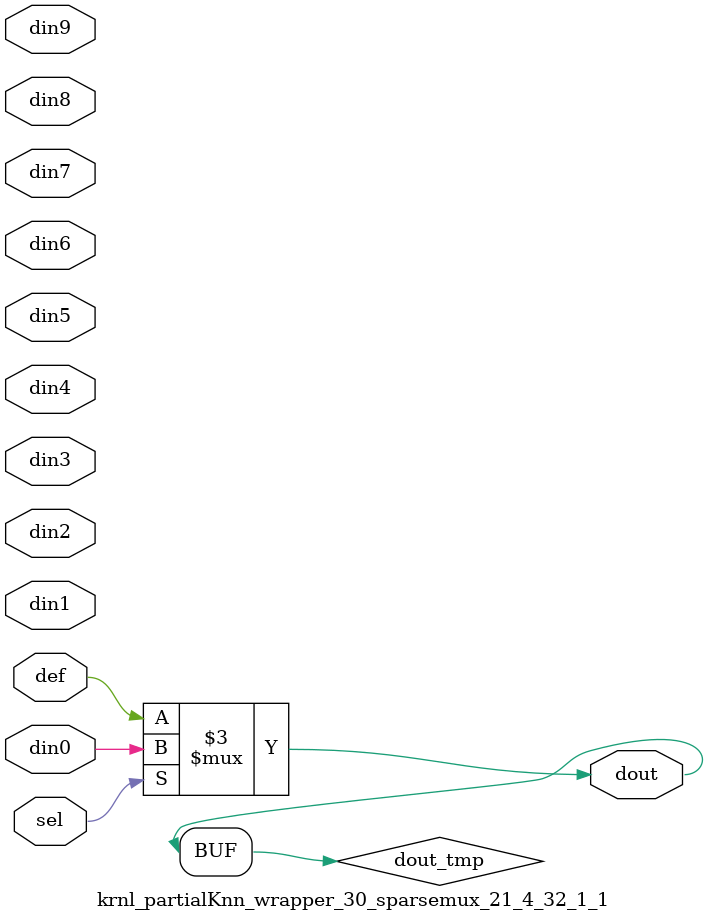
<source format=v>
`timescale 1ns / 1ps

module krnl_partialKnn_wrapper_30_sparsemux_21_4_32_1_1 (din0,din1,din2,din3,din4,din5,din6,din7,din8,din9,def,sel,dout);

parameter din0_WIDTH = 1;

parameter din1_WIDTH = 1;

parameter din2_WIDTH = 1;

parameter din3_WIDTH = 1;

parameter din4_WIDTH = 1;

parameter din5_WIDTH = 1;

parameter din6_WIDTH = 1;

parameter din7_WIDTH = 1;

parameter din8_WIDTH = 1;

parameter din9_WIDTH = 1;

parameter def_WIDTH = 1;
parameter sel_WIDTH = 1;
parameter dout_WIDTH = 1;

parameter [sel_WIDTH-1:0] CASE0 = 1;

parameter [sel_WIDTH-1:0] CASE1 = 1;

parameter [sel_WIDTH-1:0] CASE2 = 1;

parameter [sel_WIDTH-1:0] CASE3 = 1;

parameter [sel_WIDTH-1:0] CASE4 = 1;

parameter [sel_WIDTH-1:0] CASE5 = 1;

parameter [sel_WIDTH-1:0] CASE6 = 1;

parameter [sel_WIDTH-1:0] CASE7 = 1;

parameter [sel_WIDTH-1:0] CASE8 = 1;

parameter [sel_WIDTH-1:0] CASE9 = 1;

parameter ID = 1;
parameter NUM_STAGE = 1;



input [din0_WIDTH-1:0] din0;

input [din1_WIDTH-1:0] din1;

input [din2_WIDTH-1:0] din2;

input [din3_WIDTH-1:0] din3;

input [din4_WIDTH-1:0] din4;

input [din5_WIDTH-1:0] din5;

input [din6_WIDTH-1:0] din6;

input [din7_WIDTH-1:0] din7;

input [din8_WIDTH-1:0] din8;

input [din9_WIDTH-1:0] din9;

input [def_WIDTH-1:0] def;
input [sel_WIDTH-1:0] sel;

output [dout_WIDTH-1:0] dout;



reg [dout_WIDTH-1:0] dout_tmp;

always @ (*) begin
case (sel)
    
    CASE0 : dout_tmp = din0;
    
    CASE1 : dout_tmp = din1;
    
    CASE2 : dout_tmp = din2;
    
    CASE3 : dout_tmp = din3;
    
    CASE4 : dout_tmp = din4;
    
    CASE5 : dout_tmp = din5;
    
    CASE6 : dout_tmp = din6;
    
    CASE7 : dout_tmp = din7;
    
    CASE8 : dout_tmp = din8;
    
    CASE9 : dout_tmp = din9;
    
    default : dout_tmp = def;
endcase
end


assign dout = dout_tmp;



endmodule

</source>
